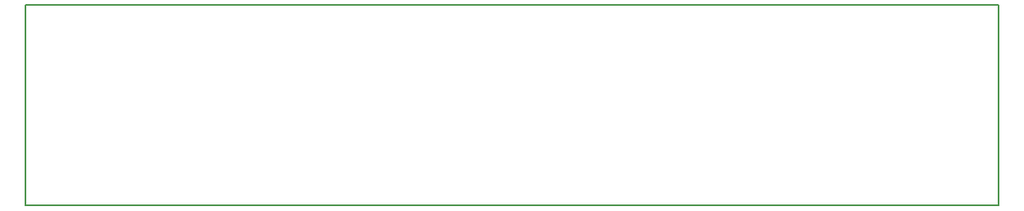
<source format=gbr>
G04 #@! TF.GenerationSoftware,KiCad,Pcbnew,(5.1.6)-1*
G04 #@! TF.CreationDate,2020-08-22T14:04:35+03:00*
G04 #@! TF.ProjectId,MAX7219 THT,4d415837-3231-4392-9054-48542e6b6963,rev?*
G04 #@! TF.SameCoordinates,Original*
G04 #@! TF.FileFunction,Profile,NP*
%FSLAX46Y46*%
G04 Gerber Fmt 4.6, Leading zero omitted, Abs format (unit mm)*
G04 Created by KiCad (PCBNEW (5.1.6)-1) date 2020-08-22 14:04:35*
%MOMM*%
%LPD*%
G01*
G04 APERTURE LIST*
G04 #@! TA.AperFunction,Profile*
%ADD10C,0.150000*%
G04 #@! TD*
G04 APERTURE END LIST*
D10*
X107442000Y-50165000D02*
X107442000Y-29464000D01*
X207899000Y-50165000D02*
X107442000Y-50165000D01*
X207899000Y-29464000D02*
X207899000Y-50165000D01*
X107442000Y-29464000D02*
X207899000Y-29464000D01*
M02*

</source>
